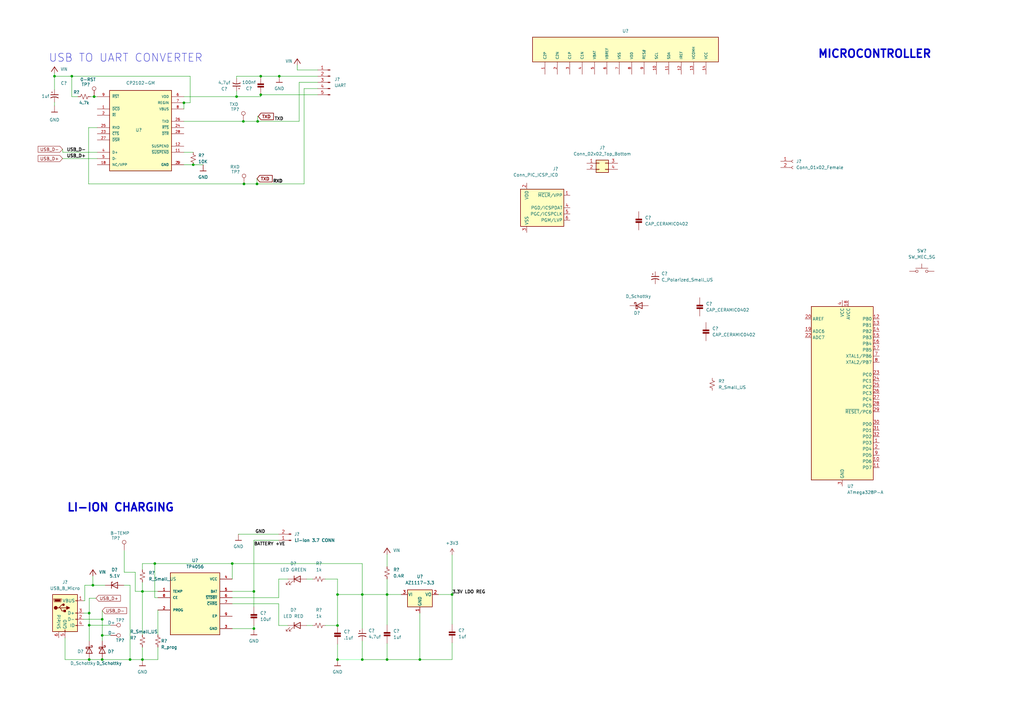
<source format=kicad_sch>
(kicad_sch (version 20211123) (generator eeschema)
  (paper "A3")
  (lib_symbols
    (symbol "Adafruit OLED 128x32 Mono I2C-eagle-import:CAP_CERAMIC0402"
      (property "Reference" "C" (at 2.54 2.54 0))
      (property "Value" "CAP_CERAMIC0402" (at 2.54 0 0))
      (symbol "CAP_CERAMIC0402_1_0"
        (rectangle (start -1.27 0.508) (end 1.27 1.016) (fill (type outline)))
        (rectangle (start -1.27 1.524) (end 1.27 2.032) (fill (type outline)))
        (polyline (pts (xy 0 0.762) (xy 0 0)) (stroke (width 0.1524)))
        (polyline (pts (xy 0 2.54) (xy 0 1.778)) (stroke (width 0.1524)))
        (pin passive line (at 0 5.08 270) (length 2.54) (name "P$1") (number "1"))
        (pin passive line (at 0 -2.54 90) (length 2.54) (name "P$2") (number "2"))
      )
    )
    (symbol "Adafruit OLED 128x32 Mono I2C-eagle-import:CAP_CERAMIC0805-NOTHERMALS"
      (property "Reference" "C" (at 2.54 2.54 0))
      (property "Value" "CAP_CERAMIC0805-NOTHERMALS" (at 2.54 0 0))
      (symbol "CAP_CERAMIC0805-NOTHERMALS_1_0"
        (rectangle (start -1.27 0.508) (end 1.27 1.016) (fill (type outline)))
        (rectangle (start -1.27 1.524) (end 1.27 2.032) (fill (type outline)))
        (polyline (pts (xy 0 0.762) (xy 0 0)) (stroke (width 0.1524)))
        (polyline (pts (xy 0 2.54) (xy 0 1.778)) (stroke (width 0.1524)))
        (pin passive line (at 0 5.08 270) (length 2.54) (name "P$1") (number "1"))
        (pin passive line (at 0 -2.54 90) (length 2.54) (name "P$2") (number "2"))
      )
    )
    (symbol "Adafruit OLED 128x32 Mono I2C-eagle-import:GND" (power)
      (property "Value" "GND" (at -1.524 -2.54 0))
      (symbol "GND_1_0"
        (polyline (pts (xy -1.27 0) (xy 1.27 0)) (stroke (width 0.254)))
        (pin power_in line (at 0 2.54 270) (length 2.54) (name "GND") (number "1"))
      )
    )
    (symbol "Adafruit OLED 128x32 Mono I2C-eagle-import:VIN" (power)
      (property "Value" "VIN" (at -1.524 3.556 0))
      (symbol "VIN_1_0"
        (polyline (pts (xy 0 2.54) (xy -1.27 0.635)) (stroke (width 0.254)))
        (polyline (pts (xy 1.27 0.635) (xy 0 2.54)) (stroke (width 0.254)))
        (pin power_in line (at 0 0 90) (length 2.54) (name "VIN") (number "1"))
      )
    )
    (symbol "CP2102-GM:CP2102-GM" (pin_names (offset 1.016))
      (property "Reference" "U" (at -12.954 18.3642 0))
      (property "Value" "CP2102-GM" (at -13.1318 -17.3228 0))
      (symbol "CP2102-GM_0_0"
        (rectangle (start -12.7 -15.24) (end 12.7 17.78) (stroke (width 0.254)) (fill (type background)))
        (pin input line (at -17.78 10.16 0) (length 5.08) (name "~{DCD}") (number "1"))
        (pin output line (at 17.78 -7.62 180) (length 5.08) (name "~{SUSPEND}") (number "11"))
        (pin output line (at 17.78 -5.08 180) (length 5.08) (name "SUSPEND") (number "12"))
        (pin bidirectional line (at -17.78 -12.7 0) (length 5.08) (name "NC/VPP") (number "18"))
        (pin input line (at -17.78 7.62 0) (length 5.08) (name "~{RI}") (number "2"))
        (pin input line (at -17.78 0 0) (length 5.08) (name "~{CTS}") (number "23"))
        (pin output line (at 17.78 2.54 180) (length 5.08) (name "~{RTS}") (number "24"))
        (pin input line (at -17.78 2.54 0) (length 5.08) (name "RXD") (number "25"))
        (pin output line (at 17.78 5.08 180) (length 5.08) (name "TXD") (number "26"))
        (pin input line (at -17.78 -2.54 0) (length 5.08) (name "~{DSR}") (number "27"))
        (pin output line (at 17.78 0 180) (length 5.08) (name "~{DTR}") (number "28"))
        (pin power_in line (at 17.78 -12.7 180) (length 5.08) (name "GND") (number "29"))
        (pin power_in line (at 17.78 -12.7 180) (length 5.08) (name "GND") (number "3"))
        (pin bidirectional line (at -17.78 -7.62 0) (length 5.08) (name "D+") (number "4"))
        (pin bidirectional line (at -17.78 -10.16 0) (length 5.08) (name "D–") (number "5"))
        (pin power_in line (at 17.78 15.24 180) (length 5.08) (name "VDD") (number "6"))
        (pin power_in line (at 17.78 12.7 180) (length 5.08) (name "REGIN") (number "7"))
        (pin power_in line (at 17.78 10.16 180) (length 5.08) (name "VBUS") (number "8"))
        (pin bidirectional line (at -17.78 15.24 0) (length 5.08) (name "~{RST}") (number "9"))
      )
    )
    (symbol "Connector:Conn_01x02_Female" (pin_names (offset 1.016) hide)
      (property "Reference" "J" (at 0 2.54 0))
      (property "Value" "Conn_01x02_Female" (at 0 -5.08 0))
      (symbol "Conn_01x02_Female_1_1"
        (arc (start 0 -2.032) (mid -0.508 -2.54) (end 0 -3.048) (stroke (width 0.1524)))
        (polyline (pts (xy -1.27 -2.54) (xy -0.508 -2.54)) (stroke (width 0.1524)))
        (polyline (pts (xy -1.27 0) (xy -0.508 0)) (stroke (width 0.1524)))
        (arc (start 0 0.508) (mid -0.508 0) (end 0 -0.508) (stroke (width 0.1524)))
        (pin passive line (at -5.08 0 0) (length 3.81) (name "Pin_1") (number "1"))
        (pin passive line (at -5.08 -2.54 0) (length 3.81) (name "Pin_2") (number "2"))
      )
    )
    (symbol "Connector:Conn_01x02_Male" (pin_names (offset 1.016) hide)
      (property "Reference" "J" (at 0 2.54 0))
      (property "Value" "Conn_01x02_Male" (at 0 -5.08 0))
      (symbol "Conn_01x02_Male_1_1"
        (polyline (pts (xy 1.27 -2.54) (xy 0.8636 -2.54)) (stroke (width 0.1524)))
        (polyline (pts (xy 1.27 0) (xy 0.8636 0)) (stroke (width 0.1524)))
        (rectangle (start 0.8636 -2.413) (end 0 -2.667) (stroke (width 0.1524)) (fill (type outline)))
        (rectangle (start 0.8636 0.127) (end 0 -0.127) (stroke (width 0.1524)) (fill (type outline)))
        (pin passive line (at 5.08 0 180) (length 3.81) (name "Pin_1") (number "1"))
        (pin passive line (at 5.08 -2.54 180) (length 3.81) (name "Pin_2") (number "2"))
      )
    )
    (symbol "Connector:Conn_01x05_Male" (pin_names (offset 1.016) hide)
      (property "Reference" "J" (at 0 7.62 0))
      (property "Value" "Conn_01x05_Male" (at 0 -7.62 0))
      (symbol "Conn_01x05_Male_1_1"
        (polyline (pts (xy 1.27 -5.08) (xy 0.8636 -5.08)) (stroke (width 0.1524)))
        (polyline (pts (xy 1.27 -2.54) (xy 0.8636 -2.54)) (stroke (width 0.1524)))
        (polyline (pts (xy 1.27 0) (xy 0.8636 0)) (stroke (width 0.1524)))
        (polyline (pts (xy 1.27 2.54) (xy 0.8636 2.54)) (stroke (width 0.1524)))
        (polyline (pts (xy 1.27 5.08) (xy 0.8636 5.08)) (stroke (width 0.1524)))
        (rectangle (start 0.8636 -4.953) (end 0 -5.207) (stroke (width 0.1524)) (fill (type outline)))
        (rectangle (start 0.8636 -2.413) (end 0 -2.667) (stroke (width 0.1524)) (fill (type outline)))
        (rectangle (start 0.8636 0.127) (end 0 -0.127) (stroke (width 0.1524)) (fill (type outline)))
        (rectangle (start 0.8636 2.667) (end 0 2.413) (stroke (width 0.1524)) (fill (type outline)))
        (rectangle (start 0.8636 5.207) (end 0 4.953) (stroke (width 0.1524)) (fill (type outline)))
        (pin passive line (at 5.08 5.08 180) (length 3.81) (name "Pin_1") (number "1"))
        (pin passive line (at 5.08 2.54 180) (length 3.81) (name "Pin_2") (number "2"))
        (pin passive line (at 5.08 0 180) (length 3.81) (name "Pin_3") (number "3"))
        (pin passive line (at 5.08 -2.54 180) (length 3.81) (name "Pin_4") (number "4"))
        (pin passive line (at 5.08 -5.08 180) (length 3.81) (name "Pin_5") (number "5"))
      )
    )
    (symbol "Connector:Conn_PIC_ICSP_ICD"
      (property "Reference" "J" (at 6.35 8.89 0))
      (property "Value" "Conn_PIC_ICSP_ICD" (at -8.89 -1.27 90))
      (symbol "Conn_PIC_ICSP_ICD_0_1"
        (rectangle (start -7.62 7.62) (end 10.16 -7.62) (stroke (width 0.254)) (fill (type background)))
      )
      (symbol "Conn_PIC_ICSP_ICD_1_1"
        (pin passive line (at 12.7 5.08 180) (length 2.54) (name "~{MCLR}/VPP") (number "1"))
        (pin passive line (at -5.08 10.16 270) (length 2.54) (name "VDD") (number "2"))
        (pin power_in line (at -5.08 -10.16 90) (length 2.54) (name "VSS") (number "3"))
        (pin bidirectional line (at 12.7 0 180) (length 2.54) (name "PGD/ICSPDAT") (number "4"))
        (pin output line (at 12.7 -2.54 180) (length 2.54) (name "PGC/ICSPCLK") (number "5"))
        (pin output line (at 12.7 -5.08 180) (length 2.54) (name "PGM/LVP") (number "6"))
      )
    )
    (symbol "Connector:TestPoint" (pin_numbers hide) (pin_names (offset 0.762) hide)
      (property "Reference" "TP" (at 0 6.858 0))
      (property "Value" "TestPoint" (at 0 5.08 0))
      (symbol "TestPoint_0_1"
        (circle (center 0 3.302) (radius 0.762))
      )
      (symbol "TestPoint_1_1"
        (pin passive line (at 0 0 90) (length 2.54) (name "1") (number "1"))
      )
    )
    (symbol "Connector:USB_B_Micro" (pin_names (offset 1.016))
      (property "Reference" "J" (at -5.08 11.43 0))
      (property "Value" "USB_B_Micro" (at -5.08 8.89 0))
      (symbol "USB_B_Micro_0_1"
        (rectangle (start -5.08 -7.62) (end 5.08 7.62) (stroke (width 0.254)) (fill (type background)))
        (circle (center -3.81 2.159) (radius 0.635) (stroke (width 0.254)) (fill (type outline)))
        (circle (center -0.635 3.429) (radius 0.381) (stroke (width 0.254)) (fill (type outline)))
        (rectangle (start -0.127 -7.62) (end 0.127 -6.858))
        (polyline (pts (xy -1.905 2.159) (xy 0.635 2.159)) (stroke (width 0.254)))
        (polyline (pts (xy -3.175 2.159) (xy -2.54 2.159) (xy -1.27 3.429) (xy -0.635 3.429)) (stroke (width 0.254)))
        (polyline (pts (xy -2.54 2.159) (xy -1.905 2.159) (xy -1.27 0.889) (xy 0 0.889)) (stroke (width 0.254)))
        (polyline (pts (xy 0.635 2.794) (xy 0.635 1.524) (xy 1.905 2.159) (xy 0.635 2.794)) (stroke (width 0.254)) (fill (type outline)))
        (polyline (pts (xy -4.318 5.588) (xy -1.778 5.588) (xy -2.032 4.826) (xy -4.064 4.826) (xy -4.318 5.588)) (fill (type outline)))
        (polyline (pts (xy -4.699 5.842) (xy -4.699 5.588) (xy -4.445 4.826) (xy -4.445 4.572) (xy -1.651 4.572) (xy -1.651 4.826) (xy -1.397 5.588) (xy -1.397 5.842) (xy -4.699 5.842)))
        (rectangle (start 0.254 1.27) (end -0.508 0.508) (stroke (width 0.254)) (fill (type outline)))
        (rectangle (start 5.08 -5.207) (end 4.318 -4.953))
        (rectangle (start 5.08 -2.667) (end 4.318 -2.413))
        (rectangle (start 5.08 -0.127) (end 4.318 0.127))
        (rectangle (start 5.08 4.953) (end 4.318 5.207))
      )
      (symbol "USB_B_Micro_1_1"
        (pin power_out line (at 7.62 5.08 180) (length 2.54) (name "VBUS") (number "1"))
        (pin bidirectional line (at 7.62 -2.54 180) (length 2.54) (name "D-") (number "2"))
        (pin bidirectional line (at 7.62 0 180) (length 2.54) (name "D+") (number "3"))
        (pin passive line (at 7.62 -5.08 180) (length 2.54) (name "ID") (number "4"))
        (pin power_out line (at 0 -10.16 90) (length 2.54) (name "GND") (number "5"))
        (pin passive line (at -2.54 -10.16 90) (length 2.54) (name "Shield") (number "6"))
      )
    )
    (symbol "Connector_Generic:Conn_02x02_Top_Bottom" (pin_names (offset 1.016) hide)
      (property "Reference" "J" (at 1.27 2.54 0))
      (property "Value" "Conn_02x02_Top_Bottom" (at 1.27 -5.08 0))
      (symbol "Conn_02x02_Top_Bottom_1_1"
        (rectangle (start -1.27 -2.413) (end 0 -2.667) (stroke (width 0.1524)))
        (rectangle (start -1.27 0.127) (end 0 -0.127) (stroke (width 0.1524)))
        (rectangle (start -1.27 1.27) (end 3.81 -3.81) (stroke (width 0.254)) (fill (type background)))
        (rectangle (start 3.81 -2.413) (end 2.54 -2.667) (stroke (width 0.1524)))
        (rectangle (start 3.81 0.127) (end 2.54 -0.127) (stroke (width 0.1524)))
        (pin passive line (at -5.08 0 0) (length 3.81) (name "Pin_1") (number "1"))
        (pin passive line (at -5.08 -2.54 0) (length 3.81) (name "Pin_2") (number "2"))
        (pin passive line (at 7.62 0 180) (length 3.81) (name "Pin_3") (number "3"))
        (pin passive line (at 7.62 -2.54 180) (length 3.81) (name "Pin_4") (number "4"))
      )
    )
    (symbol "Device:C_Polarized_Small_US" (pin_numbers hide) (pin_names (offset 0.254) hide)
      (property "Reference" "C" (at 0.254 1.778 0))
      (property "Value" "C_Polarized_Small_US" (at 0.254 -2.032 0))
      (symbol "C_Polarized_Small_US_0_1"
        (polyline (pts (xy -1.524 0.508) (xy 1.524 0.508)) (stroke (width 0.3048)))
        (polyline (pts (xy -1.27 1.524) (xy -0.762 1.524)))
        (polyline (pts (xy -1.016 1.27) (xy -1.016 1.778)))
        (arc (start 1.524 -0.762) (mid 0 -0.3734) (end -1.524 -0.762) (stroke (width 0.3048)))
      )
      (symbol "C_Polarized_Small_US_1_1"
        (pin passive line (at 0 2.54 270) (length 2.032) (name "~") (number "1"))
        (pin passive line (at 0 -2.54 90) (length 2.032) (name "~") (number "2"))
      )
    )
    (symbol "Device:D_Schottky" (pin_numbers hide) (pin_names (offset 1.016) hide)
      (property "Reference" "D" (at 0 2.54 0))
      (property "Value" "D_Schottky" (at 0 -2.54 0))
      (symbol "D_Schottky_0_1"
        (polyline (pts (xy 1.27 0) (xy -1.27 0)))
        (polyline (pts (xy 1.27 1.27) (xy 1.27 -1.27) (xy -1.27 0) (xy 1.27 1.27)) (stroke (width 0.254)))
        (polyline (pts (xy -1.905 0.635) (xy -1.905 1.27) (xy -1.27 1.27) (xy -1.27 -1.27) (xy -0.635 -1.27) (xy -0.635 -0.635)) (stroke (width 0.254)))
      )
      (symbol "D_Schottky_1_1"
        (pin passive line (at -3.81 0 0) (length 2.54) (name "K") (number "1"))
        (pin passive line (at 3.81 0 180) (length 2.54) (name "A") (number "2"))
      )
    )
    (symbol "Device:D_Zener" (pin_numbers hide) (pin_names (offset 1.016) hide)
      (property "Reference" "D" (at 0 2.54 0))
      (property "Value" "D_Zener" (at 0 -2.54 0))
      (symbol "D_Zener_0_1"
        (polyline (pts (xy 1.27 0) (xy -1.27 0)))
        (polyline (pts (xy -1.27 -1.27) (xy -1.27 1.27) (xy -0.762 1.27)) (stroke (width 0.254)))
        (polyline (pts (xy 1.27 -1.27) (xy 1.27 1.27) (xy -1.27 0) (xy 1.27 -1.27)) (stroke (width 0.254)))
      )
      (symbol "D_Zener_1_1"
        (pin passive line (at -3.81 0 0) (length 2.54) (name "K") (number "1"))
        (pin passive line (at 3.81 0 180) (length 2.54) (name "A") (number "2"))
      )
    )
    (symbol "Device:LED" (pin_numbers hide) (pin_names (offset 1.016) hide)
      (property "Reference" "D" (at 0 2.54 0))
      (property "Value" "LED" (at 0 -2.54 0))
      (symbol "LED_0_1"
        (polyline (pts (xy -1.27 -1.27) (xy -1.27 1.27)) (stroke (width 0.254)))
        (polyline (pts (xy -1.27 0) (xy 1.27 0)))
        (polyline (pts (xy 1.27 -1.27) (xy 1.27 1.27) (xy -1.27 0) (xy 1.27 -1.27)) (stroke (width 0.254)))
        (polyline (pts (xy -3.048 -0.762) (xy -4.572 -2.286) (xy -3.81 -2.286) (xy -4.572 -2.286) (xy -4.572 -1.524)))
        (polyline (pts (xy -1.778 -0.762) (xy -3.302 -2.286) (xy -2.54 -2.286) (xy -3.302 -2.286) (xy -3.302 -1.524)))
      )
      (symbol "LED_1_1"
        (pin passive line (at -3.81 0 0) (length 2.54) (name "K") (number "1"))
        (pin passive line (at 3.81 0 180) (length 2.54) (name "A") (number "2"))
      )
    )
    (symbol "Device:R_Small_US" (pin_numbers hide) (pin_names (offset 0.254) hide)
      (property "Reference" "R" (at 0.762 0.508 0))
      (property "Value" "R_Small_US" (at 0.762 -1.016 0))
      (symbol "R_Small_US_1_1"
        (polyline (pts (xy 0 0) (xy 1.016 -0.381) (xy 0 -0.762) (xy -1.016 -1.143) (xy 0 -1.524)))
        (polyline (pts (xy 0 1.524) (xy 1.016 1.143) (xy 0 0.762) (xy -1.016 0.381) (xy 0 0)))
        (pin passive line (at 0 2.54 270) (length 1.016) (name "~") (number "1"))
        (pin passive line (at 0 -2.54 90) (length 1.016) (name "~") (number "2"))
      )
    )
    (symbol "MCU_Microchip_ATmega:ATmega328P-A"
      (property "Reference" "U" (at -12.7 36.83 0))
      (property "Value" "ATmega328P-A" (at 2.54 -36.83 0))
      (symbol "ATmega328P-A_0_1"
        (rectangle (start -12.7 -35.56) (end 12.7 35.56) (stroke (width 0.254)) (fill (type background)))
      )
      (symbol "ATmega328P-A_1_1"
        (pin bidirectional line (at 15.24 -20.32 180) (length 2.54) (name "PD3") (number "1"))
        (pin bidirectional line (at 15.24 -27.94 180) (length 2.54) (name "PD6") (number "10"))
        (pin bidirectional line (at 15.24 -30.48 180) (length 2.54) (name "PD7") (number "11"))
        (pin bidirectional line (at 15.24 30.48 180) (length 2.54) (name "PB0") (number "12"))
        (pin bidirectional line (at 15.24 27.94 180) (length 2.54) (name "PB1") (number "13"))
        (pin bidirectional line (at 15.24 25.4 180) (length 2.54) (name "PB2") (number "14"))
        (pin bidirectional line (at 15.24 22.86 180) (length 2.54) (name "PB3") (number "15"))
        (pin bidirectional line (at 15.24 20.32 180) (length 2.54) (name "PB4") (number "16"))
        (pin bidirectional line (at 15.24 17.78 180) (length 2.54) (name "PB5") (number "17"))
        (pin power_in line (at 2.54 38.1 270) (length 2.54) (name "AVCC") (number "18"))
        (pin input line (at -15.24 25.4 0) (length 2.54) (name "ADC6") (number "19"))
        (pin bidirectional line (at 15.24 -22.86 180) (length 2.54) (name "PD4") (number "2"))
        (pin passive line (at -15.24 30.48 0) (length 2.54) (name "AREF") (number "20"))
        (pin passive line (at 0 -38.1 90) (length 2.54) hide (name "GND") (number "21"))
        (pin input line (at -15.24 22.86 0) (length 2.54) (name "ADC7") (number "22"))
        (pin bidirectional line (at 15.24 7.62 180) (length 2.54) (name "PC0") (number "23"))
        (pin bidirectional line (at 15.24 5.08 180) (length 2.54) (name "PC1") (number "24"))
        (pin bidirectional line (at 15.24 2.54 180) (length 2.54) (name "PC2") (number "25"))
        (pin bidirectional line (at 15.24 0 180) (length 2.54) (name "PC3") (number "26"))
        (pin bidirectional line (at 15.24 -2.54 180) (length 2.54) (name "PC4") (number "27"))
        (pin bidirectional line (at 15.24 -5.08 180) (length 2.54) (name "PC5") (number "28"))
        (pin bidirectional line (at 15.24 -7.62 180) (length 2.54) (name "~{RESET}/PC6") (number "29"))
        (pin power_in line (at 0 -38.1 90) (length 2.54) (name "GND") (number "3"))
        (pin bidirectional line (at 15.24 -12.7 180) (length 2.54) (name "PD0") (number "30"))
        (pin bidirectional line (at 15.24 -15.24 180) (length 2.54) (name "PD1") (number "31"))
        (pin bidirectional line (at 15.24 -17.78 180) (length 2.54) (name "PD2") (number "32"))
        (pin power_in line (at 0 38.1 270) (length 2.54) (name "VCC") (number "4"))
        (pin passive line (at 0 -38.1 90) (length 2.54) hide (name "GND") (number "5"))
        (pin passive line (at 0 38.1 270) (length 2.54) hide (name "VCC") (number "6"))
        (pin bidirectional line (at 15.24 15.24 180) (length 2.54) (name "XTAL1/PB6") (number "7"))
        (pin bidirectional line (at 15.24 12.7 180) (length 2.54) (name "XTAL2/PB7") (number "8"))
        (pin bidirectional line (at 15.24 -25.4 180) (length 2.54) (name "PD5") (number "9"))
      )
    )
    (symbol "Regulator_Linear:AZ1117-3.3" (pin_names (offset 0.254))
      (property "Reference" "U" (at -3.81 3.175 0))
      (property "Value" "AZ1117-3.3" (at 0 3.175 0))
      (symbol "AZ1117-3.3_0_1"
        (rectangle (start -5.08 1.905) (end 5.08 -5.08) (stroke (width 0.254)) (fill (type background)))
      )
      (symbol "AZ1117-3.3_1_1"
        (pin power_in line (at 0 -7.62 90) (length 2.54) (name "GND") (number "1"))
        (pin power_out line (at 7.62 0 180) (length 2.54) (name "VO") (number "2"))
        (pin power_in line (at -7.62 0 0) (length 2.54) (name "VI") (number "3"))
      )
    )
    (symbol "SSD1306:SSD1306" (pin_names (offset 1.016))
      (property "Reference" "U" (at -38.1 8.128 0))
      (symbol "SSD1306_0_0"
        (rectangle (start -38.1 -2.54) (end 38.1 7.62) (stroke (width 0.254)) (fill (type background)))
        (pin bidirectional line (at -33.02 -7.62 90) (length 5.08) (name "C2P") (number "1"))
        (pin bidirectional line (at 12.7 -7.62 90) (length 5.08) (name "SCL") (number "10"))
        (pin bidirectional line (at 17.78 -7.62 90) (length 5.08) (name "SDA") (number "11"))
        (pin bidirectional line (at 22.86 -7.62 90) (length 5.08) (name "IREF") (number "12"))
        (pin bidirectional line (at 27.94 -7.62 90) (length 5.08) (name "VCOMH") (number "13"))
        (pin bidirectional line (at 33.02 -7.62 90) (length 5.08) (name "VCC") (number "14"))
        (pin bidirectional line (at -27.94 -7.62 90) (length 5.08) (name "C2N") (number "2"))
        (pin bidirectional line (at -22.86 -7.62 90) (length 5.08) (name "C1P") (number "3"))
        (pin bidirectional line (at -17.78 -7.62 90) (length 5.08) (name "C1N") (number "4"))
        (pin bidirectional line (at -12.7 -7.62 90) (length 5.08) (name "VBAT") (number "5"))
        (pin bidirectional line (at -7.62 -7.62 90) (length 5.08) (name "VBREF") (number "6"))
        (pin bidirectional line (at -2.54 -7.62 90) (length 5.08) (name "VSS") (number "7"))
        (pin bidirectional line (at 2.54 -7.62 90) (length 5.08) (name "VDD") (number "8"))
        (pin bidirectional line (at 7.62 -7.62 90) (length 5.08) (name "RES#") (number "9"))
      )
    )
    (symbol "Switch:SW_MEC_5G" (pin_numbers hide) (pin_names (offset 1.016) hide)
      (property "Reference" "SW" (at 1.27 2.54 0))
      (property "Value" "SW_MEC_5G" (at 0 -1.524 0))
      (symbol "SW_MEC_5G_0_1"
        (circle (center -2.032 0) (radius 0.508))
        (polyline (pts (xy 0 1.27) (xy 0 3.048)))
        (polyline (pts (xy 2.54 1.27) (xy -2.54 1.27)))
        (circle (center 2.032 0) (radius 0.508))
        (pin passive line (at -5.08 0 0) (length 2.54) (name "A") (number "1"))
        (pin passive line (at 5.08 0 180) (length 2.54) (name "B") (number "3"))
      )
      (symbol "SW_MEC_5G_1_1"
        (pin passive line (at -5.08 0 0) (length 2.54) hide (name "A") (number "2"))
        (pin passive line (at 5.08 0 180) (length 2.54) hide (name "B") (number "4"))
      )
    )
    (symbol "TP4056:TP4056" (pin_names (offset 1.016))
      (property "Reference" "U" (at -10.16 13.208 0))
      (property "Value" "TP4056" (at -10.16 -15.24 0))
      (symbol "TP4056_0_0"
        (rectangle (start -10.16 -12.7) (end 10.16 12.7) (stroke (width 0.254)) (fill (type background)))
        (pin input line (at -15.24 5.08 0) (length 5.08) (name "TEMP") (number "1"))
        (pin bidirectional line (at -15.24 -2.54 0) (length 5.08) (name "PROG") (number "2"))
        (pin power_in line (at 15.24 -10.16 180) (length 5.08) (name "GND") (number "3"))
        (pin power_in line (at 15.24 10.16 180) (length 5.08) (name "VCC") (number "4"))
        (pin output line (at 15.24 5.08 180) (length 5.08) (name "BAT") (number "5"))
        (pin output line (at 15.24 2.54 180) (length 5.08) (name "~{STDBY}") (number "6"))
        (pin output line (at 15.24 0 180) (length 5.08) (name "~{CHRG}") (number "7"))
        (pin input line (at -15.24 2.54 0) (length 5.08) (name "CE") (number "8"))
        (pin passive line (at 15.24 -5.08 180) (length 5.08) (name "EP") (number "9"))
      )
    )
    (symbol "power:+3.3V" (power) (pin_names (offset 0))
      (property "Value" "+3.3V" (at 0 3.556 0))
      (symbol "+3.3V_0_1"
        (polyline (pts (xy -0.762 1.27) (xy 0 2.54)))
        (polyline (pts (xy 0 0) (xy 0 2.54)))
        (polyline (pts (xy 0 2.54) (xy 0.762 1.27)))
      )
      (symbol "+3.3V_1_1"
        (pin power_in line (at 0 0 90) (length 0) hide (name "+3V3") (number "1"))
      )
    )
  )
  (junction (at 38.1 240.03))
  (junction (at 41.91 270.51))
  (junction (at 138.43 270.51))
  (junction (at 99.822 49.784))
  (junction (at 41.91 254))
  (junction (at 105.664 49.784))
  (junction (at 36.576 270.51))
  (junction (at 158.75 270.51))
  (junction (at 104.14 257.81))
  (junction (at 97.028 39.624))
  (junction (at 158.75 243.84))
  (junction (at 75.438 42.164))
  (junction (at 148.59 243.84))
  (junction (at 22.352 31.242))
  (junction (at 38.608 39.624))
  (junction (at 36.576 251.46))
  (junction (at 100.076 75.438))
  (junction (at 138.43 256.54))
  (junction (at 138.43 243.84))
  (junction (at 105.41 75.438))
  (junction (at 106.934 38.862))
  (junction (at 114.554 31.242))
  (junction (at 172.212 270.51))
  (junction (at 63.5 231.14))
  (junction (at 36.576 256.413))
  (junction (at 29.464 31.242))
  (junction (at 148.59 270.51))
  (junction (at 185.42 243.84))
  (junction (at 58.42 242.57))
  (junction (at 41.91 260.604))
  (junction (at 106.934 31.242))
  (junction (at 104.14 242.57))
  (junction (at 79.248 67.564))
  (junction (at 95.25 231.14))
  (junction (at 58.42 270.51))
  (junction (at 53.34 270.51))
  (wire (pts (xy 97.028 31.242) (xy 97.028 32.258)))
  (wire (pts (xy 138.43 264.16) (xy 138.43 270.51)))
  (wire (pts (xy 64.77 250.19) (xy 64.77 260.35)))
  (wire (pts (xy 125.73 256.54) (xy 128.27 256.54)))
  (wire (pts (xy 114.554 31.242) (xy 130.302 31.242)))
  (wire (pts (xy 58.42 242.57) (xy 64.77 242.57)))
  (wire (pts (xy 34.798 246.38) (xy 34.798 240.03)))
  (wire (pts (xy 34.798 240.03) (xy 38.1 240.03)))
  (wire (pts (xy 26.67 261.62) (xy 26.67 270.51)))
  (wire (pts (xy 75.438 49.784) (xy 99.822 49.784)))
  (wire (pts (xy 105.664 47.752) (xy 105.664 49.784)))
  (wire (pts (xy 158.75 243.84) (xy 158.75 256.286)))
  (wire (pts (xy 41.91 254) (xy 41.91 260.604)))
  (wire (pts (xy 36.576 256.413) (xy 45.339 256.413)))
  (wire (pts (xy 36.322 52.324) (xy 36.322 75.438)))
  (wire (pts (xy 36.322 75.438) (xy 100.076 75.438)))
  (wire (pts (xy 32.004 39.624) (xy 29.464 39.624)))
  (wire (pts (xy 38.1 240.03) (xy 38.1 236.22)))
  (wire (pts (xy 138.43 237.49) (xy 138.43 243.84)))
  (wire (pts (xy 114.3 247.65) (xy 114.3 256.54)))
  (wire (pts (xy 148.59 270.51) (xy 148.59 262.89)))
  (wire (pts (xy 97.79 219.075) (xy 114.3 219.075)))
  (wire (pts (xy 58.42 233.68) (xy 58.42 231.14)))
  (wire (pts (xy 75.438 42.164) (xy 75.438 44.704)))
  (wire (pts (xy 158.75 270.51) (xy 172.212 270.51)))
  (wire (pts (xy 133.35 256.54) (xy 138.43 256.54)))
  (wire (pts (xy 106.934 39.624) (xy 106.934 38.862)))
  (wire (pts (xy 58.42 238.76) (xy 58.42 242.57)))
  (wire (pts (xy 25.654 65.024) (xy 39.878 65.024)))
  (wire (pts (xy 99.822 49.784) (xy 105.664 49.784)))
  (wire (pts (xy 55.499 242.57) (xy 58.42 242.57)))
  (wire (pts (xy 124.714 36.322) (xy 124.714 75.438)))
  (wire (pts (xy 130.302 28.702) (xy 121.92 28.702)))
  (wire (pts (xy 79.248 67.564) (xy 83.312 67.564)))
  (wire (pts (xy 50.927 225.806) (xy 50.927 234.696)))
  (wire (pts (xy 50.927 234.696) (xy 55.499 234.696)))
  (wire (pts (xy 125.73 237.49) (xy 128.27 237.49)))
  (wire (pts (xy 97.028 31.242) (xy 106.934 31.242)))
  (wire (pts (xy 75.438 39.624) (xy 97.028 39.624)))
  (wire (pts (xy 114.3 237.49) (xy 118.11 237.49)))
  (wire (pts (xy 100.076 75.438) (xy 105.41 75.438)))
  (wire (pts (xy 58.42 265.43) (xy 58.42 270.51)))
  (wire (pts (xy 39.878 52.324) (xy 36.322 52.324)))
  (wire (pts (xy 104.14 221.615) (xy 104.14 242.57)))
  (wire (pts (xy 34.29 246.38) (xy 34.798 246.38)))
  (wire (pts (xy 63.5 231.14) (xy 95.25 231.14)))
  (wire (pts (xy 158.75 227.33) (xy 158.75 232.41)))
  (wire (pts (xy 55.499 234.696) (xy 55.499 242.57)))
  (wire (pts (xy 158.75 270.51) (xy 158.75 263.906)))
  (wire (pts (xy 185.42 227.584) (xy 185.42 243.84)))
  (wire (pts (xy 63.5 245.11) (xy 63.5 231.14)))
  (wire (pts (xy 58.42 242.57) (xy 58.42 260.35)))
  (wire (pts (xy 50.8 240.03) (xy 53.34 240.03)))
  (wire (pts (xy 138.43 270.51) (xy 148.59 270.51)) (stroke (width 0) (color 72 255 115 1)))
  (wire (pts (xy 97.028 39.624) (xy 106.934 39.624)))
  (wire (pts (xy 106.934 38.862) (xy 130.302 38.862)))
  (wire (pts (xy 58.42 231.14) (xy 63.5 231.14)))
  (wire (pts (xy 185.42 243.84) (xy 185.42 256.032)))
  (wire (pts (xy 138.43 237.49) (xy 133.35 237.49)))
  (wire (pts (xy 22.352 31.242) (xy 22.352 36.83)))
  (wire (pts (xy 41.91 254) (xy 41.91 250.444)))
  (wire (pts (xy 105.41 75.438) (xy 124.714 75.438)))
  (wire (pts (xy 122.682 33.782) (xy 122.682 49.784)))
  (wire (pts (xy 25.781 62.484) (xy 39.878 62.484)))
  (wire (pts (xy 75.438 67.564) (xy 79.248 67.564)))
  (wire (pts (xy 41.91 270.51) (xy 53.34 270.51)))
  (wire (pts (xy 104.14 242.57) (xy 104.14 248.92)))
  (wire (pts (xy 121.92 26.67) (xy 121.92 28.702)))
  (wire (pts (xy 22.352 29.972) (xy 22.352 31.242)))
  (wire (pts (xy 58.42 270.51) (xy 64.77 270.51)))
  (wire (pts (xy 185.42 243.84) (xy 179.832 243.84)))
  (wire (pts (xy 95.25 247.65) (xy 114.3 247.65)))
  (wire (pts (xy 29.464 39.624) (xy 29.464 31.242)))
  (wire (pts (xy 37.084 39.624) (xy 38.608 39.624)))
  (wire (pts (xy 138.43 256.54) (xy 138.43 243.84)))
  (wire (pts (xy 172.212 270.51) (xy 185.42 270.51)))
  (wire (pts (xy 97.028 37.338) (xy 97.028 39.624)))
  (wire (pts (xy 41.91 260.604) (xy 41.91 262.89)))
  (wire (pts (xy 148.59 270.51) (xy 158.75 270.51)))
  (wire (pts (xy 95.25 231.14) (xy 148.59 231.14)))
  (wire (pts (xy 38.1 240.03) (xy 43.18 240.03)))
  (wire (pts (xy 104.14 256.54) (xy 104.14 257.81)))
  (wire (pts (xy 185.42 263.652) (xy 185.42 270.51)))
  (wire (pts (xy 36.576 251.46) (xy 36.576 256.413)))
  (wire (pts (xy 36.576 245.364) (xy 36.576 251.46)))
  (wire (pts (xy 158.75 243.84) (xy 164.592 243.84)))
  (wire (pts (xy 34.29 251.46) (xy 36.576 251.46)))
  (wire (pts (xy 36.576 270.51) (xy 41.91 270.51)))
  (wire (pts (xy 53.34 270.51) (xy 58.42 270.51)))
  (wire (pts (xy 77.978 42.164) (xy 77.978 31.242)))
  (wire (pts (xy 95.25 245.11) (xy 114.3 245.11)))
  (wire (pts (xy 34.29 254) (xy 41.91 254)))
  (wire (pts (xy 95.25 242.57) (xy 104.14 242.57)))
  (wire (pts (xy 130.302 36.322) (xy 124.714 36.322)))
  (wire (pts (xy 36.576 256.413) (xy 36.576 262.89)))
  (wire (pts (xy 64.77 245.11) (xy 63.5 245.11)))
  (wire (pts (xy 29.464 31.242) (xy 77.978 31.242)))
  (wire (pts (xy 105.918 47.752) (xy 105.664 47.752)))
  (wire (pts (xy 105.41 73.279) (xy 105.41 75.438)))
  (wire (pts (xy 53.34 240.03) (xy 53.34 270.51)))
  (wire (pts (xy 158.75 237.49) (xy 158.75 243.84)))
  (wire (pts (xy 114.3 245.11) (xy 114.3 237.49)))
  (wire (pts (xy 114.3 256.54) (xy 118.11 256.54)))
  (wire (pts (xy 22.352 31.242) (xy 29.464 31.242)))
  (wire (pts (xy 41.91 260.604) (xy 45.339 260.604)))
  (wire (pts (xy 22.352 41.91) (xy 22.352 43.434)))
  (wire (pts (xy 26.67 270.51) (xy 36.576 270.51)))
  (wire (pts (xy 122.682 33.782) (xy 130.302 33.782)))
  (wire (pts (xy 75.438 62.484) (xy 79.248 62.484)))
  (wire (pts (xy 148.59 243.84) (xy 148.59 257.81)))
  (wire (pts (xy 105.664 49.784) (xy 122.682 49.784)))
  (wire (pts (xy 138.43 243.84) (xy 148.59 243.84)))
  (wire (pts (xy 172.212 251.46) (xy 172.212 270.51)))
  (wire (pts (xy 95.25 231.14) (xy 95.25 237.49)))
  (wire (pts (xy 148.59 231.14) (xy 148.59 243.84)))
  (wire (pts (xy 114.3 221.615) (xy 104.14 221.615)))
  (wire (pts (xy 39.37 245.364) (xy 36.576 245.364)))
  (wire (pts (xy 38.608 39.624) (xy 39.878 39.624)))
  (wire (pts (xy 64.77 265.43) (xy 64.77 270.51)))
  (wire (pts (xy 95.25 257.81) (xy 104.14 257.81)))
  (wire (pts (xy 148.59 243.84) (xy 158.75 243.84)))
  (wire (pts (xy 25.781 62.484) (xy 25.654 61.214)))
  (wire (pts (xy 75.438 42.164) (xy 77.978 42.164)))
  (wire (pts (xy 106.934 31.242) (xy 114.554 31.242)))
  (text "USB TO UART CONVERTER\n" (at 19.939 25.781 0) (effects (font (size 3.27 3.27)) (justify left bottom)))
  (text "MICROCONTROLLER" (at 335.28 24.13 0) (effects (font (size 3.27 3.27) bold) (justify left bottom)))
  (text "LI-ION CHARGING " (at 27.305 210.185 0) (effects (font (size 3.27 3.27) (thickness 0.654) bold) (justify left bottom)))
  (label "GND" (at 104.648 219.075 0) (effects (font (thickness 0.254) bold)))
  (label "USB_D+" (at 27.305 65.024 0) (effects (font bold)))
  (label "BATTERY +VE" (at 104.14 224.155 0) (effects (font (thickness 0.254) bold)))
  (label "RXD" (at 111.887 75.438 0) (effects (font (size 1.26 1.26) (thickness 65.4) bold)))
  (label "TXD" (at 112.522 49.784 0) (effects (font bold)))
  (label "USB_D-" (at 27.305 62.484 0) (effects (font bold)))
  (label "3.3V LDO REG" (at 185.42 243.84 0) (effects (font bold)))
  (global_label "USB_D+" (shape input) (at 25.654 65.024 180) (property "Intersheet References" "${INTERSHEET_REFS}" (effects hide)))
  (global_label "TXD" (shape input) (at 105.918 47.752 0) (effects (font bold)) (property "Intersheet References" "${INTERSHEET_REFS}" (effects hide)))
  (global_label "USB_D+" (shape input) (at 39.37 245.364 0) (property "Intersheet References" "${INTERSHEET_REFS}" (effects hide)))
  (global_label "TXD" (shape input) (at 105.41 73.279 0) (effects (font bold)) (property "Intersheet References" "${INTERSHEET_REFS}" (effects hide)))
  (global_label "USB_D-" (shape input) (at 41.91 250.444 0) (property "Intersheet References" "${INTERSHEET_REFS}" (effects hide)))
  (global_label "USB_D-" (shape input) (at 25.654 61.214 180) (property "Intersheet References" "${INTERSHEET_REFS}" (effects hide)))
  (symbol (lib_id "Device:R_Small_US") (at 130.81 256.54 90) (unit 1)
    (property "Reference" "R?" (at 130.81 250.19 90))
    (property "Value" "1k" (at 130.81 252.73 90))
  )
  (symbol (lib_id "Connector:TestPoint") (at 45.339 256.413 270) (unit 1)
    (property "Reference" "TP?" (at 47.498 254.381 90) (effects (justify left)))
    (property "Value" "D+" (at 44.196 255.397 90) (effects (justify left)))
  )
  (symbol (lib_id "SSD1306:SSD1306") (at 256.54 22.86 0) (unit 1)
    (property "Reference" "U?" (at 256.54 12.7 0))
    (property "Value" "SSD1306" (effects hide))
    (property "Footprint" "SSD1306" (effects hide))
  )
  (symbol (lib_id "Regulator_Linear:AZ1117-3.3") (at 172.212 243.84 0) (unit 1)
    (property "Reference" "U?" (at 172.212 236.474 0))
    (property "Value" "AZ1117-3.3" (at 172.212 239.014 0))
    (property "Datasheet" "https://www.diodes.com/assets/Datasheets/AZ1117.pdf" (effects hide))
  )
  (symbol (lib_id "power:+3.3V") (at 185.42 227.584 0) (unit 1)
    (property "Reference" "#PWR?" (effects hide))
    (property "Value" "+3.3V" (at 185.42 222.758 0))
  )
  (symbol (lib_id "Connector:TestPoint") (at 38.608 39.624 0) (unit 1)
    (property "Reference" "TP?" (at 33.401 34.671 0) (effects (justify left)))
    (property "Value" "0-RST" (at 32.893 32.639 0) (effects (justify left)))
  )
  (symbol (lib_id "Adafruit OLED 128x32 Mono I2C-eagle-import:VIN") (at 158.75 227.33 0) (unit 1)
    (property "Reference" "?" (effects hide))
    (property "Value" "VIN" (at 161.29 225.7424 0) (effects (font (size 1.27 1.0795)) (justify left)))
    (property "Footprint" "Adafruit OLED 128x32 Mono I2C:" (effects hide))
  )
  (symbol (lib_id "Device:R_Small_US") (at 64.77 262.89 180) (unit 1)
    (property "Reference" "R?" (at 66.04 262.89 0) (effects (justify right)))
    (property "Value" "R_prog" (at 66.04 265.43 0) (effects (justify right)))
  )
  (symbol (lib_id "Device:D_Schottky") (at 41.91 266.7 270) (unit 1)
    (property "Reference" "D?" (at 45.466 267.208 90))
    (property "Value" "D_Schottky" (at 44.704 272.034 90))
  )
  (symbol (lib_id "Connector:TestPoint") (at 100.076 75.438 0) (unit 1)
    (property "Reference" "TP?" (at 94.869 70.485 0) (effects (justify left)))
    (property "Value" "RXD" (at 94.361 68.453 0) (effects (justify left)))
  )
  (symbol (lib_id "Connector:Conn_01x02_Female") (at 325.247 66.167 0) (unit 1)
    (property "Reference" "J?" (at 326.517 66.1669 0) (effects (justify left)))
    (property "Value" "Conn_01x02_Female" (at 326.517 68.7069 0) (effects (justify left)))
  )
  (symbol (lib_id "Connector:TestPoint") (at 45.339 260.604 270) (unit 1)
    (property "Reference" "TP?" (at 47.498 262.636 90) (effects (justify left)))
    (property "Value" "D-" (at 44.323 259.588 90) (effects (justify left)))
  )
  (symbol (lib_id "Adafruit OLED 128x32 Mono I2C-eagle-import:GND") (at 114.554 33.782 0) (unit 1)
    (property "Reference" "U?" (effects hide))
    (property "Value" "GND" (at 114.554 36.322 0))
    (property "Footprint" "Adafruit OLED 128x32 Mono I2C:" (effects hide))
  )
  (symbol (lib_id "Adafruit OLED 128x32 Mono I2C-eagle-import:GND") (at 22.352 45.974 0) (unit 1)
    (property "Reference" "?" (effects hide))
    (property "Value" "GND" (at 22.352 49.149 0))
    (property "Footprint" "Adafruit OLED 128x32 Mono I2C:" (effects hide))
  )
  (symbol (lib_id "Device:R_Small_US") (at 58.42 236.22 0) (unit 1)
    (property "Reference" "R?" (at 60.96 234.9499 0) (effects (justify left)))
    (property "Value" "R_Small_US" (at 60.96 237.4899 0) (effects (justify left)))
  )
  (symbol (lib_id "Device:R_Small_US") (at 292.1 157.607 0) (unit 1)
    (property "Reference" "R?" (at 294.64 156.3369 0) (effects (justify left)))
    (property "Value" "R_Small_US" (at 294.64 158.8769 0) (effects (justify left)))
  )
  (symbol (lib_id "Adafruit OLED 128x32 Mono I2C-eagle-import:CAP_CERAMIC0402") (at 104.14 254 0) (unit 1)
    (property "Reference" "C?" (at 106.68 251.4599 0) (effects (justify left)))
    (property "Value" "10uf" (at 106.68 253.9999 0) (effects (justify left)))
    (property "Footprint" "Adafruit OLED 128x32 Mono I2C:0402" (effects hide))
  )
  (symbol (lib_id "Device:C_Polarized_Small_US") (at 148.59 260.35 0) (unit 1)
    (property "Reference" "C?" (at 151.13 258.6481 0) (effects (justify left)))
    (property "Value" "4.7uf" (at 151.13 261.1881 0) (effects (justify left)))
  )
  (symbol (lib_id "Adafruit OLED 128x32 Mono I2C-eagle-import:GND") (at 58.42 273.05 0) (unit 1)
    (property "Reference" "?" (effects hide))
    (property "Value" "GND" (at 58.42 275.59 0))
    (property "Footprint" "Adafruit OLED 128x32 Mono I2C:" (effects hide))
  )
  (symbol (lib_id "CP2102-GM:CP2102-GM") (at 57.658 54.864 0) (unit 1)
    (property "Reference" "U?" (at 56.896 53.34 0))
    (property "Value" "CP2102-GM" (at 57.658 34.036 0))
    (property "Footprint" "QFN50P500X500X100-29N" (effects hide))
    (property "SNAPEDA_PACKAGE_ID" "11371" (effects hide))
    (property "PRICE" "3.43 USD" (effects hide))
    (property "AVAILABILITY" "Good" (effects hide))
    (property "MANUFACTURER" "Silicon Labs" (effects hide))
    (property "DESCRIPTION" "IC USB-TO-UART BRIDGE 28VQFN" (effects hide))
    (property "PARTREV" "1.8" (effects hide))
    (property "PACKAGE" "QFN-28 Silicon Labs" (effects hide))
    (property "STANDARD" "IPC-7351B" (effects hide))
    (property "MP" "CP2102-GM" (effects hide))
  )
  (symbol (lib_id "MCU_Microchip_ATmega:ATmega328P-A") (at 345.44 161.29 0) (unit 1)
    (property "Reference" "U?" (at 347.4594 199.39 0) (effects (justify left)))
    (property "Value" "ATmega328P-A" (at 347.4594 201.93 0) (effects (justify left)))
    (property "Footprint" "Package_QFP:TQFP-32_7x7mm_P0.8mm" (effects hide))
    (property "Datasheet" "http://ww1.microchip.com/downloads/en/DeviceDoc/ATmega328_P%20AVR%20MCU%20with%20picoPower%20Technology%20Data%20Sheet%2040001984A.pdf" (effects hide))
  )
  (symbol (lib_id "Device:R_Small_US") (at 158.75 234.95 0) (unit 1)
    (property "Reference" "R?" (at 161.29 233.6799 0) (effects (justify left)))
    (property "Value" "0.4R" (at 161.29 236.2199 0) (effects (justify left)))
  )
  (symbol (lib_id "Adafruit OLED 128x32 Mono I2C-eagle-import:GND") (at 83.312 70.104 0) (unit 1)
    (property "Reference" "?" (effects hide))
    (property "Value" "GND" (at 83.312 72.644 0))
    (property "Footprint" "Adafruit OLED 128x32 Mono I2C:" (effects hide))
  )
  (symbol (lib_id "Device:R_Small_US") (at 34.544 39.624 90) (unit 1)
    (property "Reference" "R?" (at 31.369 37.846 90))
    (property "Value" "4.7k" (at 34.544 42.164 90))
  )
  (symbol (lib_id "Device:R_Small_US") (at 79.248 65.024 0) (unit 1)
    (property "Reference" "R?" (at 81.28 63.7539 0) (effects (justify left)))
    (property "Value" "10K" (at 81.28 66.2939 0) (effects (justify left)))
  )
  (symbol (lib_id "Device:R_Small_US") (at 58.42 262.89 180) (unit 1)
    (property "Reference" "R?" (at 53.34 261.62 0) (effects (justify right)))
    (property "Value" "R_Small_US" (at 53.34 259.08 0) (effects (justify right)))
  )
  (symbol (lib_id "Connector:Conn_01x05_Male") (at 135.382 33.782 0) (mirror y) (unit 1)
    (property "Reference" "J?" (at 137.16 32.5119 0) (effects (justify right)))
    (property "Value" "UART" (at 137.16 35.0519 0) (effects (justify right)))
  )
  (symbol (lib_id "Adafruit OLED 128x32 Mono I2C-eagle-import:GND") (at 104.14 260.35 0) (unit 1)
    (property "Reference" "U?" (effects hide))
    (property "Value" "GND" (at 104.14 262.89 0))
    (property "Footprint" "Adafruit OLED 128x32 Mono I2C:" (effects hide))
  )
  (symbol (lib_id "Adafruit OLED 128x32 Mono I2C-eagle-import:GND") (at 138.43 273.05 0) (unit 1)
    (property "Reference" "?" (effects hide))
    (property "Value" "GND" (at 138.43 275.59 0))
    (property "Footprint" "Adafruit OLED 128x32 Mono I2C:" (effects hide))
  )
  (symbol (lib_id "Adafruit OLED 128x32 Mono I2C-eagle-import:GND") (at 97.79 221.615 0) (unit 1)
    (property "Reference" "?" (effects hide))
    (property "Value" "GND" (at 97.79 224.155 0))
    (property "Footprint" "Adafruit OLED 128x32 Mono I2C:" (effects hide))
  )
  (symbol (lib_id "Adafruit OLED 128x32 Mono I2C-eagle-import:CAP_CERAMIC0805-NOTHERMALS") (at 106.934 36.322 0) (unit 1)
    (property "Reference" "C?" (at 102.108 36.322 0))
    (property "Value" "100nf" (at 102.108 33.782 0))
    (property "Footprint" "Adafruit OLED 128x32 Mono I2C:0805_NOTHERMALS" (effects hide))
  )
  (symbol (lib_id "Adafruit OLED 128x32 Mono I2C-eagle-import:CAP_CERAMIC0402") (at 262.001 91.821 0) (unit 1)
    (property "Reference" "C?" (at 264.541 89.2809 0) (effects (justify left)))
    (property "Value" "CAP_CERAMIC0402" (at 264.541 91.8209 0) (effects (justify left)))
    (property "Footprint" "Adafruit OLED 128x32 Mono I2C:0402" (effects hide))
  )
  (symbol (lib_id "Device:R_Small_US") (at 130.81 237.49 90) (unit 1)
    (property "Reference" "R?" (at 130.81 231.14 90))
    (property "Value" "1k" (at 130.81 233.68 90))
  )
  (symbol (lib_id "Connector:Conn_PIC_ICSP_ICD") (at 221.107 85.217 0) (unit 1)
    (property "Reference" "J?" (at 228.981 69.215 0) (effects (justify right)))
    (property "Value" "Conn_PIC_ICSP_ICD" (at 228.981 71.755 0) (effects (justify right)))
    (property "Datasheet" "http://ww1.microchip.com/downloads/en/devicedoc/30277d.pdf" (effects hide))
  )
  (symbol (lib_id "Connector:TestPoint") (at 99.822 49.784 0) (unit 1)
    (property "Reference" "TP?" (at 94.615 44.831 0) (effects (justify left)))
    (property "Value" "TXD" (at 94.107 42.799 0) (effects (justify left)))
  )
  (symbol (lib_id "Device:D_Zener") (at 46.99 240.03 0) (unit 1)
    (property "Reference" "D?" (at 46.99 233.68 0))
    (property "Value" "5.1V" (at 46.99 236.22 0))
  )
  (symbol (lib_id "Connector:TestPoint") (at 50.927 225.679 0) (unit 1)
    (property "Reference" "TP?" (at 45.72 220.726 0) (effects (justify left)))
    (property "Value" "B-TEMP" (at 45.212 218.694 0) (effects (justify left)))
  )
  (symbol (lib_id "TP4056:TP4056") (at 80.01 247.65 0) (unit 1)
    (property "Reference" "U?" (at 80.01 229.87 0))
    (property "Value" "TP4056" (at 80.01 232.41 0))
    (property "Footprint" "SOP127P600X175-9N" (effects hide))
    (property "MAXIMUM_PACKAGE_HEIGHT" "1.75mm" (effects hide))
    (property "STANDARD" "IPC 7351B" (effects hide))
    (property "MANUFACTURER" "NanJing Top Power ASIC Corp." (effects hide))
  )
  (symbol (lib_id "Connector:USB_B_Micro") (at 26.67 251.46 0) (unit 1)
    (property "Reference" "J?" (at 26.67 238.76 0))
    (property "Value" "USB_B_Micro" (at 26.67 241.3 0))
    (property "Footprint" "Connector_USB:USB_C_Receptacle_JAE_DX07S016JA1R1500" (effects hide))
  )
  (symbol (lib_id "Adafruit OLED 128x32 Mono I2C-eagle-import:CAP_CERAMIC0402") (at 138.43 261.62 0) (unit 1)
    (property "Reference" "C?" (at 140.97 259.0799 0) (effects (justify left)))
    (property "Value" ".1uf" (at 140.97 261.6199 0) (effects (justify left)))
    (property "Footprint" "Adafruit OLED 128x32 Mono I2C:0402" (effects hide))
  )
  (symbol (lib_id "Device:C_Polarized_Small_US") (at 268.732 113.919 0) (unit 1)
    (property "Reference" "C?" (at 271.272 112.2171 0) (effects (justify left)))
    (property "Value" "C_Polarized_Small_US" (at 271.272 114.7571 0) (effects (justify left)))
  )
  (symbol (lib_id "Device:C_Polarized_Small_US") (at 97.028 34.798 180) (unit 1)
    (property "Reference" "C?" (at 91.9988 36.449 0))
    (property "Value" "4.7uf" (at 91.9988 33.909 0))
  )
  (symbol (lib_id "Adafruit OLED 128x32 Mono I2C-eagle-import:CAP_CERAMIC0805-NOTHERMALS") (at 185.42 261.112 0) (unit 1)
    (property "Reference" "C?" (at 187.96 258.5719 0) (effects (justify left)))
    (property "Value" "1uf" (at 187.96 261.1119 0) (effects (justify left)))
    (property "Footprint" "Adafruit OLED 128x32 Mono I2C:0805_NOTHERMALS" (effects hide))
  )
  (symbol (lib_id "Device:C_Polarized_Small_US") (at 22.352 39.37 0) (unit 1)
    (property "Reference" "C?" (at 24.892 34.1121 0) (effects (justify left)))
    (property "Value" "1uf" (at 17.018 39.4461 0) (effects (justify left)))
  )
  (symbol (lib_id "Adafruit OLED 128x32 Mono I2C-eagle-import:CAP_CERAMIC0805-NOTHERMALS") (at 158.75 261.366 0) (unit 1)
    (property "Reference" "C?" (at 161.29 258.8259 0) (effects (justify left)))
    (property "Value" "1uf" (at 161.29 261.3659 0) (effects (justify left)))
    (property "Footprint" "Adafruit OLED 128x32 Mono I2C:0805_NOTHERMALS" (effects hide))
  )
  (symbol (lib_id "Adafruit OLED 128x32 Mono I2C-eagle-import:CAP_CERAMIC0402") (at 289.56 137.287 0) (unit 1)
    (property "Reference" "C?" (at 292.1 134.7469 0) (effects (justify left)))
    (property "Value" "CAP_CERAMIC0402" (at 292.1 137.2869 0) (effects (justify left)))
    (property "Footprint" "Adafruit OLED 128x32 Mono I2C:0402" (effects hide))
  )
  (symbol (lib_id "Switch:SW_MEC_5G") (at 378.079 111.252 0) (unit 1)
    (property "Reference" "SW?" (at 378.079 102.87 0))
    (property "Value" "SW_MEC_5G" (at 378.079 105.41 0))
    (property "Datasheet" "http://www.apem.com/int/index.php?controller=attachment&id_attachment=488" (effects hide))
  )
  (symbol (lib_id "Device:D_Schottky") (at 36.576 266.7 270) (unit 1)
    (property "Reference" "D?" (at 33.02 267.208 90))
    (property "Value" "D_Schottky" (at 34.036 272.034 90))
  )
  (symbol (lib_id "Connector:Conn_01x02_Male") (at 119.38 221.615 180) (unit 1)
    (property "Reference" "J?" (at 120.65 219.0749 0) (effects (justify right)))
    (property "Value" "Li-Ion 3.7 CONN" (at 120.65 221.6149 0) (effects (font bold) (justify right)))
  )
  (symbol (lib_id "Adafruit OLED 128x32 Mono I2C-eagle-import:CAP_CERAMIC0402") (at 287.02 127.127 0) (unit 1)
    (property "Reference" "C?" (at 289.56 124.5869 0) (effects (justify left)))
    (property "Value" "CAP_CERAMIC0402" (at 289.56 127.1269 0) (effects (justify left)))
    (property "Footprint" "Adafruit OLED 128x32 Mono I2C:0402" (effects hide))
  )
  (symbol (lib_id "Connector_Generic:Conn_02x02_Top_Bottom") (at 245.745 66.929 0) (unit 1)
    (property "Reference" "J?" (at 247.015 60.579 0))
    (property "Value" "Conn_02x02_Top_Bottom" (at 247.015 63.119 0))
  )
  (symbol (lib_id "Adafruit OLED 128x32 Mono I2C-eagle-import:VIN") (at 121.92 26.67 0) (mirror y) (unit 1)
    (property "Reference" "U?" (effects hide))
    (property "Value" "VIN" (at 119.888 25.0824 0) (effects (font (size 1.27 1.0795)) (justify left)))
    (property "Footprint" "Adafruit OLED 128x32 Mono I2C:" (effects hide))
  )
  (symbol (lib_id "Device:LED") (at 121.92 256.54 0) (unit 1)
    (property "Reference" "D?" (at 120.3325 250.19 0))
    (property "Value" "LED RED" (at 120.3325 252.73 0))
  )
  (symbol (lib_id "Device:D_Schottky") (at 262.128 125.349 0) (unit 1)
    (property "Reference" "D?" (at 261.239 128.397 0))
    (property "Value" "D_Schottky" (at 261.8105 121.539 0))
  )
  (symbol (lib_id "Device:LED") (at 121.92 237.49 0) (unit 1)
    (property "Reference" "D?" (at 120.3325 231.14 0))
    (property "Value" "LED GREEN" (at 120.3325 233.68 0))
  )
  (symbol (lib_id "Adafruit OLED 128x32 Mono I2C-eagle-import:VIN") (at 38.1 236.22 0) (unit 1)
    (property "Reference" "U?" (effects hide))
    (property "Value" "VIN" (at 40.64 234.6324 0) (effects (font (size 1.27 1.0795)) (justify left)))
    (property "Footprint" "Adafruit OLED 128x32 Mono I2C:" (effects hide))
  )
  (symbol (lib_id "Adafruit OLED 128x32 Mono I2C-eagle-import:VIN") (at 22.352 29.972 0) (unit 1)
    (property "Reference" "U?" (effects hide))
    (property "Value" "VIN" (at 24.892 28.3844 0) (effects (font (size 1.27 1.0795)) (justify left)))
    (property "Footprint" "Adafruit OLED 128x32 Mono I2C:" (effects hide))
  )
)
</source>
